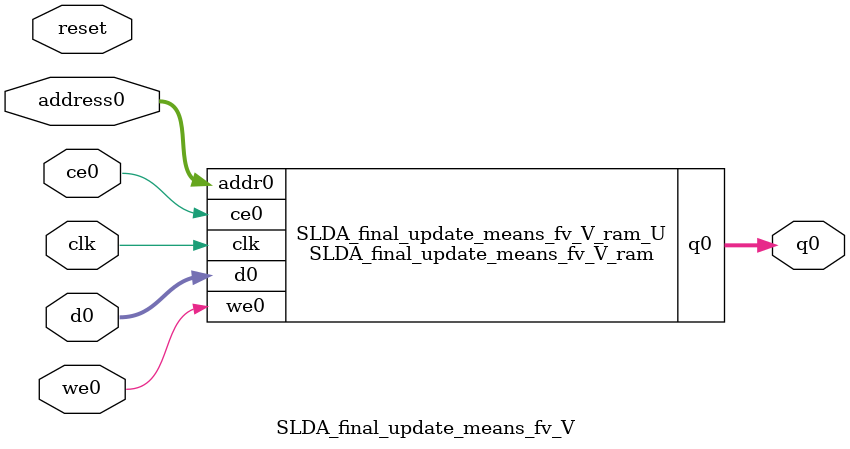
<source format=v>
`timescale 1 ns / 1 ps
module SLDA_final_update_means_fv_V_ram (addr0, ce0, d0, we0, q0,  clk);

parameter DWIDTH = 128;
parameter AWIDTH = 6;
parameter MEM_SIZE = 64;

input[AWIDTH-1:0] addr0;
input ce0;
input[DWIDTH-1:0] d0;
input we0;
output reg[DWIDTH-1:0] q0;
input clk;

reg [DWIDTH-1:0] ram[0:MEM_SIZE-1];




always @(posedge clk)  
begin 
    if (ce0) begin
        if (we0) 
            ram[addr0] <= d0; 
        q0 <= ram[addr0];
    end
end


endmodule

`timescale 1 ns / 1 ps
module SLDA_final_update_means_fv_V(
    reset,
    clk,
    address0,
    ce0,
    we0,
    d0,
    q0);

parameter DataWidth = 32'd128;
parameter AddressRange = 32'd64;
parameter AddressWidth = 32'd6;
input reset;
input clk;
input[AddressWidth - 1:0] address0;
input ce0;
input we0;
input[DataWidth - 1:0] d0;
output[DataWidth - 1:0] q0;



SLDA_final_update_means_fv_V_ram SLDA_final_update_means_fv_V_ram_U(
    .clk( clk ),
    .addr0( address0 ),
    .ce0( ce0 ),
    .we0( we0 ),
    .d0( d0 ),
    .q0( q0 ));

endmodule


</source>
